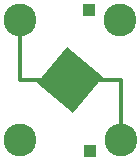
<source format=gbl>
G75*
%MOIN*%
%OFA0B0*%
%FSLAX25Y25*%
%IPPOS*%
%LPD*%
%AMOC8*
5,1,8,0,0,1.08239X$1,22.5*
%
%ADD10R,0.04200X0.04200*%
%ADD11R,0.15591X0.15591*%
%ADD12C,0.10925*%
%ADD13C,0.01400*%
D10*
X0034212Y0006815D03*
X0033818Y0053822D03*
D11*
G36*
X0038461Y0031475D02*
X0028440Y0019534D01*
X0016499Y0029555D01*
X0026520Y0041496D01*
X0038461Y0031475D01*
G37*
D12*
X0010765Y0010595D03*
X0044431Y0010477D03*
X0044195Y0050436D03*
X0011001Y0050317D03*
D13*
X0011001Y0030515D01*
X0027480Y0030515D01*
X0044431Y0030515D01*
X0044431Y0010477D01*
M02*

</source>
